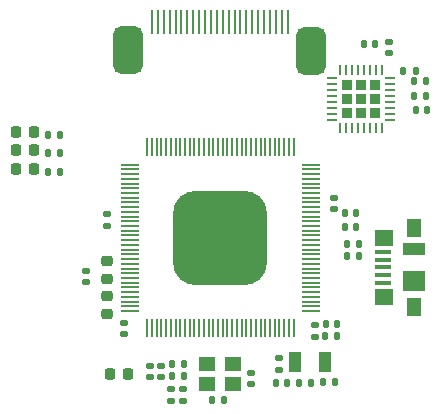
<source format=gbr>
%TF.GenerationSoftware,KiCad,Pcbnew,6.0.7*%
%TF.CreationDate,2022-11-09T14:03:12+03:00*%
%TF.ProjectId,camera_v3s,63616d65-7261-45f7-9633-732e6b696361,rev?*%
%TF.SameCoordinates,Original*%
%TF.FileFunction,Paste,Top*%
%TF.FilePolarity,Positive*%
%FSLAX46Y46*%
G04 Gerber Fmt 4.6, Leading zero omitted, Abs format (unit mm)*
G04 Created by KiCad (PCBNEW 6.0.7) date 2022-11-09 14:03:12*
%MOMM*%
%LPD*%
G01*
G04 APERTURE LIST*
G04 Aperture macros list*
%AMRoundRect*
0 Rectangle with rounded corners*
0 $1 Rounding radius*
0 $2 $3 $4 $5 $6 $7 $8 $9 X,Y pos of 4 corners*
0 Add a 4 corners polygon primitive as box body*
4,1,4,$2,$3,$4,$5,$6,$7,$8,$9,$2,$3,0*
0 Add four circle primitives for the rounded corners*
1,1,$1+$1,$2,$3*
1,1,$1+$1,$4,$5*
1,1,$1+$1,$6,$7*
1,1,$1+$1,$8,$9*
0 Add four rect primitives between the rounded corners*
20,1,$1+$1,$2,$3,$4,$5,0*
20,1,$1+$1,$4,$5,$6,$7,0*
20,1,$1+$1,$6,$7,$8,$9,0*
20,1,$1+$1,$8,$9,$2,$3,0*%
G04 Aperture macros list end*
%ADD10RoundRect,0.135000X0.135000X0.185000X-0.135000X0.185000X-0.135000X-0.185000X0.135000X-0.185000X0*%
%ADD11RoundRect,0.140000X-0.140000X-0.170000X0.140000X-0.170000X0.140000X0.170000X-0.140000X0.170000X0*%
%ADD12RoundRect,0.140000X0.170000X-0.140000X0.170000X0.140000X-0.170000X0.140000X-0.170000X-0.140000X0*%
%ADD13RoundRect,0.062500X-0.375000X0.062500X-0.375000X-0.062500X0.375000X-0.062500X0.375000X0.062500X0*%
%ADD14RoundRect,0.062500X-0.062500X0.375000X-0.062500X-0.375000X0.062500X-0.375000X0.062500X0.375000X0*%
%ADD15RoundRect,0.232500X-0.232500X0.232500X-0.232500X-0.232500X0.232500X-0.232500X0.232500X0.232500X0*%
%ADD16RoundRect,0.625000X0.625000X1.375000X-0.625000X1.375000X-0.625000X-1.375000X0.625000X-1.375000X0*%
%ADD17RoundRect,0.062500X0.062500X0.937500X-0.062500X0.937500X-0.062500X-0.937500X0.062500X-0.937500X0*%
%ADD18RoundRect,0.140000X-0.170000X0.140000X-0.170000X-0.140000X0.170000X-0.140000X0.170000X0.140000X0*%
%ADD19RoundRect,0.225000X0.250000X-0.225000X0.250000X0.225000X-0.250000X0.225000X-0.250000X-0.225000X0*%
%ADD20RoundRect,0.225000X-0.250000X0.225000X-0.250000X-0.225000X0.250000X-0.225000X0.250000X0.225000X0*%
%ADD21RoundRect,0.135000X-0.135000X-0.185000X0.135000X-0.185000X0.135000X0.185000X-0.135000X0.185000X0*%
%ADD22RoundRect,0.135000X-0.185000X0.135000X-0.185000X-0.135000X0.185000X-0.135000X0.185000X0.135000X0*%
%ADD23RoundRect,0.140000X0.140000X0.170000X-0.140000X0.170000X-0.140000X-0.170000X0.140000X-0.170000X0*%
%ADD24RoundRect,0.225000X-0.225000X-0.250000X0.225000X-0.250000X0.225000X0.250000X-0.225000X0.250000X0*%
%ADD25R,1.000000X1.800000*%
%ADD26RoundRect,2.000000X-2.000000X2.000000X-2.000000X-2.000000X2.000000X-2.000000X2.000000X2.000000X0*%
%ADD27RoundRect,0.050000X-0.687500X0.050000X-0.687500X-0.050000X0.687500X-0.050000X0.687500X0.050000X0*%
%ADD28RoundRect,0.050000X-0.050000X0.687500X-0.050000X-0.687500X0.050000X-0.687500X0.050000X0.687500X0*%
%ADD29R,1.400000X1.200000*%
%ADD30R,1.900000X1.000000*%
%ADD31R,1.300000X1.650000*%
%ADD32R,1.550000X1.425000*%
%ADD33R,1.900000X1.800000*%
%ADD34R,1.380000X0.450000*%
%ADD35RoundRect,0.218750X-0.218750X-0.256250X0.218750X-0.256250X0.218750X0.256250X-0.218750X0.256250X0*%
G04 APERTURE END LIST*
D10*
%TO.C,R35*%
X35520000Y-6350000D03*
X34500000Y-6350000D03*
%TD*%
D11*
%TO.C,C63*%
X35420000Y-8500000D03*
X36380000Y-8500000D03*
%TD*%
%TO.C,C62*%
X31170000Y-4100000D03*
X32130000Y-4100000D03*
%TD*%
%TO.C,C60*%
X35520000Y-9700000D03*
X36480000Y-9700000D03*
%TD*%
%TO.C,C59*%
X35420000Y-7250000D03*
X36380000Y-7250000D03*
%TD*%
D12*
%TO.C,C58*%
X33300000Y-4880000D03*
X33300000Y-3920000D03*
%TD*%
D13*
%TO.C,U1*%
X33337500Y-7000000D03*
X33337500Y-7500000D03*
X33337500Y-8000000D03*
X33337500Y-8500000D03*
X33337500Y-9000000D03*
X33337500Y-9500000D03*
X33337500Y-10000000D03*
X33337500Y-10500000D03*
D14*
X32650000Y-11187500D03*
X32150000Y-11187500D03*
X31650000Y-11187500D03*
X31150000Y-11187500D03*
X30650000Y-11187500D03*
X30150000Y-11187500D03*
X29650000Y-11187500D03*
X29150000Y-11187500D03*
D13*
X28462500Y-10500000D03*
X28462500Y-10000000D03*
X28462500Y-9500000D03*
X28462500Y-9000000D03*
X28462500Y-8500000D03*
X28462500Y-8000000D03*
X28462500Y-7500000D03*
X28462500Y-7000000D03*
D14*
X29150000Y-6312500D03*
X29650000Y-6312500D03*
X30150000Y-6312500D03*
X30650000Y-6312500D03*
X31150000Y-6312500D03*
X31650000Y-6312500D03*
X32150000Y-6312500D03*
X32650000Y-6312500D03*
D15*
X32050000Y-9900000D03*
X32050000Y-8750000D03*
X32050000Y-7600000D03*
X29750000Y-9900000D03*
X29750000Y-7600000D03*
X30900000Y-9900000D03*
X30900000Y-8750000D03*
X29750000Y-8750000D03*
X30900000Y-7600000D03*
%TD*%
D16*
%TO.C,X1*%
X26700000Y-4700000D03*
X11200000Y-4600000D03*
D17*
X13200000Y-2200000D03*
X13700000Y-2200000D03*
X14200000Y-2200000D03*
X14700000Y-2200000D03*
X15200000Y-2200000D03*
X15700000Y-2200000D03*
X16200000Y-2200000D03*
X16700000Y-2200000D03*
X17200000Y-2200000D03*
X17700000Y-2200000D03*
X18200000Y-2200000D03*
X18700000Y-2200000D03*
X19200000Y-2200000D03*
X19700000Y-2200000D03*
X20200000Y-2200000D03*
X20700000Y-2200000D03*
X21200000Y-2200000D03*
X21700000Y-2200000D03*
X22200000Y-2200000D03*
X22700000Y-2200000D03*
X23200000Y-2200000D03*
X23700000Y-2200000D03*
X24200000Y-2200000D03*
X24700000Y-2200000D03*
%TD*%
D18*
%TO.C,C56*%
X14000000Y-32280000D03*
X14000000Y-31320000D03*
%TD*%
D19*
%TO.C,C19*%
X9400000Y-22425000D03*
X9400000Y-23975000D03*
%TD*%
D20*
%TO.C,C18*%
X9400000Y-26975000D03*
X9400000Y-25425000D03*
%TD*%
D12*
%TO.C,C30*%
X28600000Y-17120000D03*
X28600000Y-18080000D03*
%TD*%
%TO.C,C51*%
X9400000Y-18520000D03*
X9400000Y-19480000D03*
%TD*%
D18*
%TO.C,C49*%
X10800000Y-28680000D03*
X10800000Y-27720000D03*
%TD*%
D11*
%TO.C,C48*%
X28880000Y-27800000D03*
X27920000Y-27800000D03*
%TD*%
D10*
%TO.C,R39*%
X5460000Y-11800000D03*
X4440000Y-11800000D03*
%TD*%
%TO.C,R38*%
X4440000Y-13350000D03*
X5460000Y-13350000D03*
%TD*%
%TO.C,R33*%
X4440000Y-14950000D03*
X5460000Y-14950000D03*
%TD*%
D21*
%TO.C,R26*%
X26710000Y-32800000D03*
X25690000Y-32800000D03*
%TD*%
D10*
%TO.C,R24*%
X29690000Y-22000000D03*
X30710000Y-22000000D03*
%TD*%
%TO.C,R20*%
X30710000Y-21000000D03*
X29690000Y-21000000D03*
%TD*%
D22*
%TO.C,R19*%
X14800000Y-34310000D03*
X14800000Y-33290000D03*
%TD*%
D21*
%TO.C,R18*%
X15910000Y-32200000D03*
X14890000Y-32200000D03*
%TD*%
D22*
%TO.C,R15*%
X24000000Y-31710000D03*
X24000000Y-30690000D03*
%TD*%
D10*
%TO.C,R11*%
X28910000Y-28800000D03*
X27890000Y-28800000D03*
%TD*%
D11*
%TO.C,C47*%
X15880000Y-31200000D03*
X14920000Y-31200000D03*
%TD*%
%TO.C,C45*%
X30480000Y-19600000D03*
X29520000Y-19600000D03*
%TD*%
%TO.C,C43*%
X19280000Y-34200000D03*
X18320000Y-34200000D03*
%TD*%
%TO.C,C42*%
X28680000Y-32700000D03*
X27720000Y-32700000D03*
%TD*%
D23*
%TO.C,C40*%
X23720000Y-32800000D03*
X24680000Y-32800000D03*
%TD*%
D18*
%TO.C,C39*%
X21600000Y-32880000D03*
X21600000Y-31920000D03*
%TD*%
D11*
%TO.C,C33*%
X30480000Y-18400000D03*
X29520000Y-18400000D03*
%TD*%
D12*
%TO.C,C27*%
X7600000Y-23320000D03*
X7600000Y-24280000D03*
%TD*%
D18*
%TO.C,C23*%
X13000000Y-32280000D03*
X13000000Y-31320000D03*
%TD*%
%TO.C,C21*%
X15800000Y-34280000D03*
X15800000Y-33320000D03*
%TD*%
%TO.C,C13*%
X27000000Y-28880000D03*
X27000000Y-27920000D03*
%TD*%
D24*
%TO.C,C9*%
X11175000Y-32000000D03*
X9625000Y-32000000D03*
%TD*%
D25*
%TO.C,Y2*%
X27850000Y-31000000D03*
X25350000Y-31000000D03*
%TD*%
D26*
%TO.C,DD1*%
X19000000Y-20500000D03*
D27*
X26662500Y-14300000D03*
X26662500Y-14700000D03*
X26662500Y-15100000D03*
X26662500Y-15500000D03*
X26662500Y-15900000D03*
X26662500Y-16300000D03*
X26662500Y-16700000D03*
X26662500Y-17100000D03*
X26662500Y-17500000D03*
X26662500Y-17900000D03*
X26662500Y-18300000D03*
X26662500Y-18700000D03*
X26662500Y-19100000D03*
X26662500Y-19500000D03*
X26662500Y-19900000D03*
X26662500Y-20300000D03*
X26662500Y-20700000D03*
X26662500Y-21100000D03*
X26662500Y-21500000D03*
X26662500Y-21900000D03*
X26662500Y-22300000D03*
X26662500Y-22700000D03*
X26662500Y-23100000D03*
X26662500Y-23500000D03*
X26662500Y-23900000D03*
X26662500Y-24300000D03*
X26662500Y-24700000D03*
X26662500Y-25100000D03*
X26662500Y-25500000D03*
X26662500Y-25900000D03*
X26662500Y-26300000D03*
X26662500Y-26700000D03*
D28*
X25200000Y-28162500D03*
X24800000Y-28162500D03*
X24400000Y-28162500D03*
X24000000Y-28162500D03*
X23600000Y-28162500D03*
X23200000Y-28162500D03*
X22800000Y-28162500D03*
X22400000Y-28162500D03*
X22000000Y-28162500D03*
X21600000Y-28162500D03*
X21200000Y-28162500D03*
X20800000Y-28162500D03*
X20400000Y-28162500D03*
X20000000Y-28162500D03*
X19600000Y-28162500D03*
X19200000Y-28162500D03*
X18800000Y-28162500D03*
X18400000Y-28162500D03*
X18000000Y-28162500D03*
X17600000Y-28162500D03*
X17200000Y-28162500D03*
X16800000Y-28162500D03*
X16400000Y-28162500D03*
X16000000Y-28162500D03*
X15600000Y-28162500D03*
X15200000Y-28162500D03*
X14800000Y-28162500D03*
X14400000Y-28162500D03*
X14000000Y-28162500D03*
X13600000Y-28162500D03*
X13200000Y-28162500D03*
X12800000Y-28162500D03*
D27*
X11337500Y-26700000D03*
X11337500Y-26300000D03*
X11337500Y-25900000D03*
X11337500Y-25500000D03*
X11337500Y-25100000D03*
X11337500Y-24700000D03*
X11337500Y-24300000D03*
X11337500Y-23900000D03*
X11337500Y-23500000D03*
X11337500Y-23100000D03*
X11337500Y-22700000D03*
X11337500Y-22300000D03*
X11337500Y-21900000D03*
X11337500Y-21500000D03*
X11337500Y-21100000D03*
X11337500Y-20700000D03*
X11337500Y-20300000D03*
X11337500Y-19900000D03*
X11337500Y-19500000D03*
X11337500Y-19100000D03*
X11337500Y-18700000D03*
X11337500Y-18300000D03*
X11337500Y-17900000D03*
X11337500Y-17500000D03*
X11337500Y-17100000D03*
X11337500Y-16700000D03*
X11337500Y-16300000D03*
X11337500Y-15900000D03*
X11337500Y-15500000D03*
X11337500Y-15100000D03*
X11337500Y-14700000D03*
X11337500Y-14300000D03*
D28*
X12800000Y-12837500D03*
X13200000Y-12837500D03*
X13600000Y-12837500D03*
X14000000Y-12837500D03*
X14400000Y-12837500D03*
X14800000Y-12837500D03*
X15200000Y-12837500D03*
X15600000Y-12837500D03*
X16000000Y-12837500D03*
X16400000Y-12837500D03*
X16800000Y-12837500D03*
X17200000Y-12837500D03*
X17600000Y-12837500D03*
X18000000Y-12837500D03*
X18400000Y-12837500D03*
X18800000Y-12837500D03*
X19200000Y-12837500D03*
X19600000Y-12837500D03*
X20000000Y-12837500D03*
X20400000Y-12837500D03*
X20800000Y-12837500D03*
X21200000Y-12837500D03*
X21600000Y-12837500D03*
X22000000Y-12837500D03*
X22400000Y-12837500D03*
X22800000Y-12837500D03*
X23200000Y-12837500D03*
X23600000Y-12837500D03*
X24000000Y-12837500D03*
X24400000Y-12837500D03*
X24800000Y-12837500D03*
X25200000Y-12837500D03*
%TD*%
D29*
%TO.C,Y1*%
X20100000Y-31150000D03*
X17900000Y-31150000D03*
X17900000Y-32850000D03*
X20100000Y-32850000D03*
%TD*%
D30*
%TO.C,J5*%
X35400000Y-21450000D03*
D31*
X35400000Y-19625000D03*
D32*
X32825000Y-25487500D03*
D33*
X35400000Y-24150000D03*
D31*
X35400000Y-26375000D03*
D32*
X32825000Y-20512500D03*
D34*
X32740000Y-21700000D03*
X32740000Y-22350000D03*
X32740000Y-23000000D03*
X32740000Y-23650000D03*
X32740000Y-24300000D03*
%TD*%
D35*
%TO.C,D1*%
X3248750Y-14700000D03*
X1673750Y-14700000D03*
%TD*%
%TO.C,D3*%
X1666368Y-11500000D03*
X3241368Y-11500000D03*
%TD*%
%TO.C,D2*%
X3248750Y-13100000D03*
X1673750Y-13100000D03*
%TD*%
M02*

</source>
